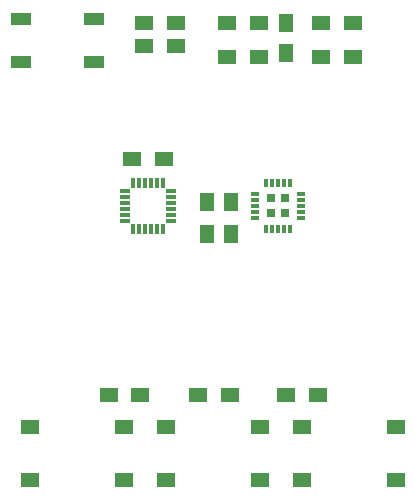
<source format=gtp>
G04 #@! TF.FileFunction,Paste,Top*
%FSLAX46Y46*%
G04 Gerber Fmt 4.6, Leading zero omitted, Abs format (unit mm)*
G04 Created by KiCad (PCBNEW 4.0.6) date 11/07/17 14:14:17*
%MOMM*%
%LPD*%
G01*
G04 APERTURE LIST*
%ADD10C,0.100000*%
%ADD11R,1.250000X1.500000*%
%ADD12R,1.500000X1.300000*%
%ADD13R,1.300000X1.500000*%
%ADD14R,1.800000X1.100000*%
%ADD15R,1.550000X1.300000*%
%ADD16R,0.850000X0.300000*%
%ADD17R,0.300000X0.850000*%
%ADD18R,0.300000X0.730000*%
%ADD19R,0.730000X0.300000*%
%ADD20R,0.750000X0.750000*%
G04 APERTURE END LIST*
D10*
D11*
X157700000Y-54550000D03*
X157700000Y-57050000D03*
D12*
X148350000Y-54500000D03*
X145650000Y-54500000D03*
X155350000Y-54500000D03*
X152650000Y-54500000D03*
X163350000Y-54500000D03*
X160650000Y-54500000D03*
D13*
X153000000Y-69650000D03*
X153000000Y-72350000D03*
X151000000Y-69650000D03*
X151000000Y-72350000D03*
D12*
X147350000Y-66000000D03*
X144650000Y-66000000D03*
X145650000Y-56500000D03*
X148350000Y-56500000D03*
X155350000Y-57400000D03*
X152650000Y-57400000D03*
X142650000Y-86000000D03*
X145350000Y-86000000D03*
X163350000Y-57400000D03*
X160650000Y-57400000D03*
X150250000Y-86000000D03*
X152950000Y-86000000D03*
X157650000Y-86000000D03*
X160350000Y-86000000D03*
D14*
X141400000Y-57850000D03*
X135200000Y-57850000D03*
X141400000Y-54150000D03*
X135200000Y-54150000D03*
D15*
X136025000Y-88750000D03*
X143975000Y-88750000D03*
X136025000Y-93250000D03*
X143975000Y-93250000D03*
X147525000Y-88750000D03*
X155475000Y-88750000D03*
X147525000Y-93250000D03*
X155475000Y-93250000D03*
X159025000Y-88750000D03*
X166975000Y-88750000D03*
X159025000Y-93250000D03*
X166975000Y-93250000D03*
D16*
X147950000Y-71250000D03*
X147950000Y-70750000D03*
X147950000Y-70250000D03*
X147950000Y-69750000D03*
X147950000Y-69250000D03*
X147950000Y-68750000D03*
D17*
X147250000Y-68050000D03*
X146750000Y-68050000D03*
X146250000Y-68050000D03*
X145750000Y-68050000D03*
X145250000Y-68050000D03*
X144750000Y-68050000D03*
D16*
X144050000Y-68750000D03*
X144050000Y-69250000D03*
X144050000Y-69750000D03*
X144050000Y-70250000D03*
X144050000Y-70750000D03*
X144050000Y-71250000D03*
D17*
X144750000Y-71950000D03*
X145250000Y-71950000D03*
X145750000Y-71950000D03*
X146250000Y-71950000D03*
X146750000Y-71950000D03*
X147250000Y-71950000D03*
D18*
X156000000Y-71965000D03*
X156500000Y-71965000D03*
X157000000Y-71965000D03*
X157500000Y-71965000D03*
X158000000Y-71965000D03*
D19*
X158965000Y-71000000D03*
X158965000Y-70500000D03*
X158965000Y-70000000D03*
X158965000Y-69500000D03*
X158965000Y-69000000D03*
D18*
X158000000Y-68035000D03*
X157500000Y-68035000D03*
X157000000Y-68035000D03*
X156500000Y-68035000D03*
X156000000Y-68035000D03*
D19*
X155035000Y-69000000D03*
X155035000Y-69500000D03*
X155035000Y-70000000D03*
X155035000Y-70500000D03*
X155035000Y-71000000D03*
D20*
X157625000Y-69375000D03*
X156375000Y-69375000D03*
X157625000Y-70625000D03*
X156375000Y-70625000D03*
M02*

</source>
